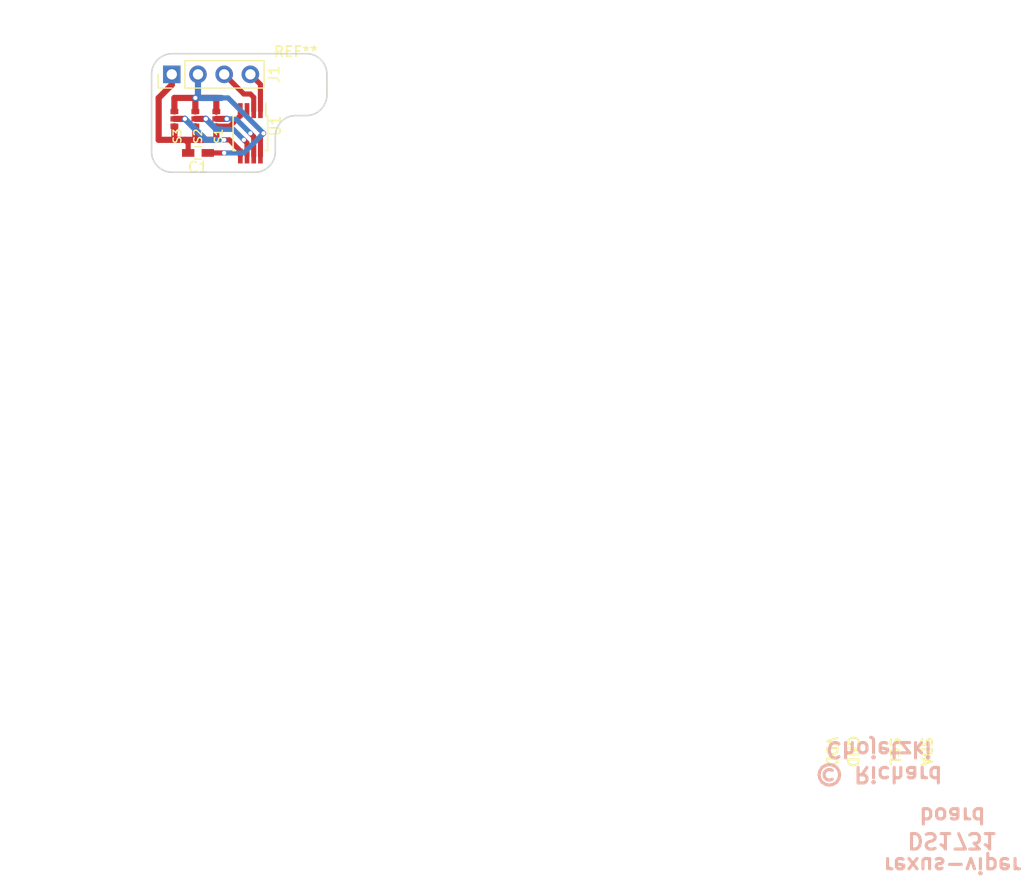
<source format=kicad_pcb>
(kicad_pcb (version 4) (host pcbnew 4.0.6)

  (general
    (links 15)
    (no_connects 1)
    (area 44.328571 33.3 143.294857 118.05)
    (thickness 1.6)
    (drawings 23)
    (tracks 65)
    (zones 0)
    (modules 7)
    (nets 9)
  )

  (page User 140.005 119.99)
  (title_block
    (title "Temperature sensor DS1731 board")
    (date 2017-05-25)
    (rev 1)
    (company VIPER)
  )

  (layers
    (0 F.Cu signal)
    (31 B.Cu signal)
    (32 B.Adhes user)
    (33 F.Adhes user)
    (34 B.Paste user)
    (35 F.Paste user)
    (36 B.SilkS user)
    (37 F.SilkS user)
    (38 B.Mask user)
    (39 F.Mask user)
    (40 Dwgs.User user)
    (41 Cmts.User user)
    (42 Eco1.User user)
    (43 Eco2.User user)
    (44 Edge.Cuts user)
    (45 Margin user)
    (46 B.CrtYd user)
    (47 F.CrtYd user)
    (48 B.Fab user)
    (49 F.Fab user)
  )

  (setup
    (last_trace_width 0.5)
    (trace_clearance 0.1)
    (zone_clearance 0.508)
    (zone_45_only yes)
    (trace_min 0.2)
    (segment_width 0.2)
    (edge_width 0.15)
    (via_size 0.5)
    (via_drill 0.4)
    (via_min_size 0.4)
    (via_min_drill 0.3)
    (uvia_size 0.3)
    (uvia_drill 0.1)
    (uvias_allowed no)
    (uvia_min_size 0.2)
    (uvia_min_drill 0.1)
    (pcb_text_width 0.3)
    (pcb_text_size 1.5 1.5)
    (mod_edge_width 0.15)
    (mod_text_size 1 1)
    (mod_text_width 0.15)
    (pad_size 0.508 0.762)
    (pad_drill 0)
    (pad_to_mask_clearance 0.05)
    (aux_axis_origin 0 0)
    (visible_elements 7FFFFFFF)
    (pcbplotparams
      (layerselection 0x010f0_80000001)
      (usegerberextensions true)
      (excludeedgelayer true)
      (linewidth 0.100000)
      (plotframeref false)
      (viasonmask false)
      (mode 1)
      (useauxorigin false)
      (hpglpennumber 1)
      (hpglpenspeed 20)
      (hpglpendiameter 15)
      (hpglpenoverlay 2)
      (psnegative false)
      (psa4output false)
      (plotreference true)
      (plotvalue true)
      (plotinvisibletext false)
      (padsonsilk false)
      (subtractmaskfromsilk false)
      (outputformat 1)
      (mirror false)
      (drillshape 0)
      (scaleselection 1)
      (outputdirectory gerber/))
  )

  (net 0 "")
  (net 1 /VDD)
  (net 2 /GND)
  (net 3 /SDA)
  (net 4 /SCL)
  (net 5 "Net-(U1-Pad3)")
  (net 6 "Net-(S1-Pad2)")
  (net 7 "Net-(S2-Pad2)")
  (net 8 "Net-(S3-Pad2)")

  (net_class Default "This is the default net class."
    (clearance 0.1)
    (trace_width 0.5)
    (via_dia 0.5)
    (via_drill 0.4)
    (uvia_dia 0.3)
    (uvia_drill 0.1)
    (add_net /GND)
    (add_net /SCL)
    (add_net /SDA)
    (add_net /VDD)
    (add_net "Net-(S1-Pad2)")
    (add_net "Net-(S2-Pad2)")
    (add_net "Net-(S3-Pad2)")
    (add_net "Net-(U1-Pad3)")
  )

  (module Pin_Headers:Pin_Header_Straight_1x04_Pitch2.54mm (layer F.Cu) (tedit 5910A9B7) (tstamp 5900D3EA)
    (at 60.96 40.005 90)
    (descr "Through hole straight pin header, 1x04, 2.54mm pitch, single row")
    (tags "Through hole pin header THT 1x04 2.54mm single row")
    (path /58FF763C)
    (fp_text reference J1 (at 0.005 9.906 90) (layer F.SilkS)
      (effects (font (size 1 1) (thickness 0.15)))
    )
    (fp_text value CONN_01X04_MALE (at 3.505 -9.46 180) (layer F.Fab)
      (effects (font (size 1 1) (thickness 0.15)))
    )
    (fp_line (start -1.27 -1.27) (end -1.27 8.89) (layer F.Fab) (width 0.1))
    (fp_line (start -1.27 8.89) (end 1.27 8.89) (layer F.Fab) (width 0.1))
    (fp_line (start 1.27 8.89) (end 1.27 -1.27) (layer F.Fab) (width 0.1))
    (fp_line (start 1.27 -1.27) (end -1.27 -1.27) (layer F.Fab) (width 0.1))
    (fp_line (start -1.33 1.27) (end -1.33 8.95) (layer F.SilkS) (width 0.12))
    (fp_line (start -1.33 8.95) (end 1.33 8.95) (layer F.SilkS) (width 0.12))
    (fp_line (start 1.33 8.95) (end 1.33 1.27) (layer F.SilkS) (width 0.12))
    (fp_line (start 1.33 1.27) (end -1.33 1.27) (layer F.SilkS) (width 0.12))
    (fp_line (start -1.33 0) (end -1.33 -1.33) (layer F.SilkS) (width 0.12))
    (fp_line (start -1.33 -1.33) (end 0 -1.33) (layer F.SilkS) (width 0.12))
    (fp_line (start -1.8 -1.8) (end -1.8 9.4) (layer F.CrtYd) (width 0.05))
    (fp_line (start -1.8 9.4) (end 1.8 9.4) (layer F.CrtYd) (width 0.05))
    (fp_line (start 1.8 9.4) (end 1.8 -1.8) (layer F.CrtYd) (width 0.05))
    (fp_line (start 1.8 -1.8) (end -1.8 -1.8) (layer F.CrtYd) (width 0.05))
    (fp_text user %R (at 0 -2.33 90) (layer F.Fab)
      (effects (font (size 1 1) (thickness 0.15)))
    )
    (pad 1 thru_hole rect (at 0 0 90) (size 1.7 1.7) (drill 1) (layers *.Cu *.Mask)
      (net 2 /GND))
    (pad 2 thru_hole oval (at 0 2.54 90) (size 1.7 1.7) (drill 1) (layers *.Cu *.Mask)
      (net 1 /VDD))
    (pad 3 thru_hole oval (at 0 5.08 90) (size 1.7 1.7) (drill 1) (layers *.Cu *.Mask)
      (net 4 /SCL))
    (pad 4 thru_hole oval (at 0 7.62 90) (size 1.7 1.7) (drill 1) (layers *.Cu *.Mask)
      (net 3 /SDA))
    (model ${KISYS3DMOD}/Pin_Headers.3dshapes/Pin_Header_Straight_1x04_Pitch2.54mm.wrl
      (at (xyz 0 0 0))
      (scale (xyz 1 1 1))
      (rotate (xyz 0 0 0))
    )
  )

  (module Capacitors_SMD:C_0603_HandSoldering (layer F.Cu) (tedit 58AA848B) (tstamp 59107C14)
    (at 63.5 47.625)
    (descr "Capacitor SMD 0603, hand soldering")
    (tags "capacitor 0603")
    (path /591086F1)
    (attr smd)
    (fp_text reference C1 (at 0 1.375) (layer F.SilkS)
      (effects (font (size 1 1) (thickness 0.15)))
    )
    (fp_text value 100nF (at 0 1.5) (layer F.Fab)
      (effects (font (size 1 1) (thickness 0.15)))
    )
    (fp_text user %R (at 0 -1.25) (layer F.Fab)
      (effects (font (size 1 1) (thickness 0.15)))
    )
    (fp_line (start -0.8 0.4) (end -0.8 -0.4) (layer F.Fab) (width 0.1))
    (fp_line (start 0.8 0.4) (end -0.8 0.4) (layer F.Fab) (width 0.1))
    (fp_line (start 0.8 -0.4) (end 0.8 0.4) (layer F.Fab) (width 0.1))
    (fp_line (start -0.8 -0.4) (end 0.8 -0.4) (layer F.Fab) (width 0.1))
    (fp_line (start -0.35 -0.6) (end 0.35 -0.6) (layer F.SilkS) (width 0.12))
    (fp_line (start 0.35 0.6) (end -0.35 0.6) (layer F.SilkS) (width 0.12))
    (fp_line (start -1.8 -0.65) (end 1.8 -0.65) (layer F.CrtYd) (width 0.05))
    (fp_line (start -1.8 -0.65) (end -1.8 0.65) (layer F.CrtYd) (width 0.05))
    (fp_line (start 1.8 0.65) (end 1.8 -0.65) (layer F.CrtYd) (width 0.05))
    (fp_line (start 1.8 0.65) (end -1.8 0.65) (layer F.CrtYd) (width 0.05))
    (pad 1 smd rect (at -0.95 0) (size 1.2 0.75) (layers F.Cu F.Paste F.Mask)
      (net 2 /GND))
    (pad 2 smd rect (at 0.95 0) (size 1.2 0.75) (layers F.Cu F.Paste F.Mask)
      (net 1 /VDD))
    (model Capacitors_SMD.3dshapes/C_0603.wrl
      (at (xyz 0 0 0))
      (scale (xyz 1 1 1))
      (rotate (xyz 0 0 0))
    )
  )

  (module open-project:S_JUMPER_3 (layer F.Cu) (tedit 59108EF6) (tstamp 59107DE7)
    (at 65.278 44.323 90)
    (path /5910A1C4)
    (fp_text reference S1 (at -1.677 0.222 90) (layer F.SilkS)
      (effects (font (size 0.762 0.762) (thickness 0.127)))
    )
    (fp_text value S_JUMPER3 (at -0.05 1.25 90) (layer F.SilkS) hide
      (effects (font (size 0.762 0.762) (thickness 0.127)))
    )
    (pad 2 smd rect (at 0 0 90) (size 0.508 0.762) (layers F.Cu F.Paste F.Mask)
      (net 6 "Net-(S1-Pad2)") (clearance 0.1))
    (pad 1 smd rect (at -0.7112 0 90) (size 0.508 0.762) (layers F.Cu F.Paste F.Mask)
      (net 2 /GND) (clearance 0.1))
    (pad 3 smd rect (at 0.7112 0 90) (size 0.508 0.762) (layers F.Cu F.Paste F.Mask)
      (net 1 /VDD) (clearance 0.1))
  )

  (module open-project:S_JUMPER_3 (layer F.Cu) (tedit 59108EF3) (tstamp 59107DEE)
    (at 63.246 44.323 90)
    (path /5910A375)
    (fp_text reference S2 (at -1.677 0.254 90) (layer F.SilkS)
      (effects (font (size 0.762 0.762) (thickness 0.127)))
    )
    (fp_text value S_JUMPER3 (at -0.05 1.25 90) (layer F.SilkS) hide
      (effects (font (size 0.762 0.762) (thickness 0.127)))
    )
    (pad 2 smd rect (at 0 0 90) (size 0.508 0.762) (layers F.Cu F.Paste F.Mask)
      (net 7 "Net-(S2-Pad2)") (clearance 0.1))
    (pad 1 smd rect (at -0.7112 0 90) (size 0.508 0.762) (layers F.Cu F.Paste F.Mask)
      (net 2 /GND) (clearance 0.1))
    (pad 3 smd rect (at 0.7112 0 90) (size 0.508 0.762) (layers F.Cu F.Paste F.Mask)
      (net 1 /VDD) (clearance 0.1))
  )

  (module open-project:S_JUMPER_3 (layer F.Cu) (tedit 59108EEF) (tstamp 59107DF5)
    (at 61.214 44.323 90)
    (path /5910A463)
    (fp_text reference S3 (at -1.677 0.286 90) (layer F.SilkS)
      (effects (font (size 0.762 0.762) (thickness 0.127)))
    )
    (fp_text value S_JUMPER3 (at -0.05 1.25 90) (layer F.SilkS) hide
      (effects (font (size 0.762 0.762) (thickness 0.127)))
    )
    (pad 2 smd rect (at 0 0 90) (size 0.508 0.762) (layers F.Cu F.Paste F.Mask)
      (net 8 "Net-(S3-Pad2)") (clearance 0.1))
    (pad 1 smd rect (at -0.7112 0 90) (size 0.508 0.762) (layers F.Cu F.Paste F.Mask)
      (net 2 /GND) (clearance 0.1))
    (pad 3 smd rect (at 0.7112 0 90) (size 0.508 0.762) (layers F.Cu F.Paste F.Mask)
      (net 1 /VDD) (clearance 0.1))
  )

  (module Housings_SSOP:MSOP-8_3x3mm_Pitch0.65mm (layer F.Cu) (tedit 54130A77) (tstamp 59AAFE2E)
    (at 68.58 45.72 270)
    (descr "8-Lead Plastic Micro Small Outline Package (MS) [MSOP] (see Microchip Packaging Specification 00000049BS.pdf)")
    (tags "SSOP 0.65")
    (path /58FF72EC)
    (attr smd)
    (fp_text reference U1 (at -0.72 -2.42 270) (layer F.SilkS)
      (effects (font (size 1 1) (thickness 0.15)))
    )
    (fp_text value DS1731U (at 0 2.6 270) (layer F.Fab)
      (effects (font (size 1 1) (thickness 0.15)))
    )
    (fp_line (start -0.5 -1.5) (end 1.5 -1.5) (layer F.Fab) (width 0.15))
    (fp_line (start 1.5 -1.5) (end 1.5 1.5) (layer F.Fab) (width 0.15))
    (fp_line (start 1.5 1.5) (end -1.5 1.5) (layer F.Fab) (width 0.15))
    (fp_line (start -1.5 1.5) (end -1.5 -0.5) (layer F.Fab) (width 0.15))
    (fp_line (start -1.5 -0.5) (end -0.5 -1.5) (layer F.Fab) (width 0.15))
    (fp_line (start -3.2 -1.85) (end -3.2 1.85) (layer F.CrtYd) (width 0.05))
    (fp_line (start 3.2 -1.85) (end 3.2 1.85) (layer F.CrtYd) (width 0.05))
    (fp_line (start -3.2 -1.85) (end 3.2 -1.85) (layer F.CrtYd) (width 0.05))
    (fp_line (start -3.2 1.85) (end 3.2 1.85) (layer F.CrtYd) (width 0.05))
    (fp_line (start -1.675 -1.675) (end -1.675 -1.5) (layer F.SilkS) (width 0.15))
    (fp_line (start 1.675 -1.675) (end 1.675 -1.425) (layer F.SilkS) (width 0.15))
    (fp_line (start 1.675 1.675) (end 1.675 1.425) (layer F.SilkS) (width 0.15))
    (fp_line (start -1.675 1.675) (end -1.675 1.425) (layer F.SilkS) (width 0.15))
    (fp_line (start -1.675 -1.675) (end 1.675 -1.675) (layer F.SilkS) (width 0.15))
    (fp_line (start -1.675 1.675) (end 1.675 1.675) (layer F.SilkS) (width 0.15))
    (fp_line (start -1.675 -1.5) (end -2.925 -1.5) (layer F.SilkS) (width 0.15))
    (fp_text user %R (at 0 0 270) (layer F.Fab)
      (effects (font (size 0.6 0.6) (thickness 0.15)))
    )
    (pad 1 smd rect (at -2.2 -0.975 270) (size 1.45 0.45) (layers F.Cu F.Paste F.Mask)
      (net 3 /SDA))
    (pad 2 smd rect (at -2.2 -0.325 270) (size 1.45 0.45) (layers F.Cu F.Paste F.Mask)
      (net 4 /SCL))
    (pad 3 smd rect (at -2.2 0.325 270) (size 1.45 0.45) (layers F.Cu F.Paste F.Mask)
      (net 5 "Net-(U1-Pad3)"))
    (pad 4 smd rect (at -2.2 0.975 270) (size 1.45 0.45) (layers F.Cu F.Paste F.Mask)
      (net 2 /GND))
    (pad 5 smd rect (at 2.2 0.975 270) (size 1.45 0.45) (layers F.Cu F.Paste F.Mask)
      (net 8 "Net-(S3-Pad2)"))
    (pad 6 smd rect (at 2.2 0.325 270) (size 1.45 0.45) (layers F.Cu F.Paste F.Mask)
      (net 7 "Net-(S2-Pad2)"))
    (pad 7 smd rect (at 2.2 -0.325 270) (size 1.45 0.45) (layers F.Cu F.Paste F.Mask)
      (net 6 "Net-(S1-Pad2)"))
    (pad 8 smd rect (at 2.2 -0.975 270) (size 1.45 0.45) (layers F.Cu F.Paste F.Mask)
      (net 1 /VDD))
    (model ${KISYS3DMOD}/Housings_SSOP.3dshapes/MSOP-8_3x3mm_Pitch0.65mm.wrl
      (at (xyz 0 0 0))
      (scale (xyz 1 1 1))
      (rotate (xyz 0 0 0))
    )
  )

  (module Mounting_Holes:MountingHole_2.2mm_M2 (layer F.Cu) (tedit 56D1B4CB) (tstamp 59AD7212)
    (at 73 41)
    (descr "Mounting Hole 2.2mm, no annular, M2")
    (tags "mounting hole 2.2mm no annular m2")
    (fp_text reference REF** (at 0 -3.2) (layer F.SilkS)
      (effects (font (size 1 1) (thickness 0.15)))
    )
    (fp_text value MountingHole_2.2mm_M2 (at 0 3.2) (layer F.Fab)
      (effects (font (size 1 1) (thickness 0.15)))
    )
    (fp_circle (center 0 0) (end 2.2 0) (layer Cmts.User) (width 0.15))
    (fp_circle (center 0 0) (end 2.45 0) (layer F.CrtYd) (width 0.05))
    (pad 1 np_thru_hole circle (at 0 0) (size 2.2 2.2) (drill 2.2) (layers *.Cu *.Mask))
  )

  (gr_line (start 71 46) (end 71 47.5) (layer Edge.Cuts) (width 0.15))
  (gr_line (start 73.5 44) (end 73 44) (layer Edge.Cuts) (width 0.15))
  (gr_line (start 74 44) (end 73.5 44) (layer Edge.Cuts) (width 0.15))
  (gr_line (start 76 40) (end 76 42) (layer Edge.Cuts) (width 0.15))
  (gr_line (start 61 38) (end 74 38) (layer Edge.Cuts) (width 0.15))
  (gr_arc (start 74 40) (end 74 38) (angle 90) (layer Edge.Cuts) (width 0.15))
  (gr_arc (start 74 42) (end 76 42) (angle 90) (layer Edge.Cuts) (width 0.15))
  (gr_arc (start 73 46) (end 71 46) (angle 90) (layer Edge.Cuts) (width 0.15))
  (dimension 6 (width 0.3) (layer Cmts.User)
    (gr_text "6.000 mm" (at 78.85 41 270) (layer Cmts.User) (tstamp 59AB0498)
      (effects (font (size 1.5 1.5) (thickness 0.3)))
    )
    (feature1 (pts (xy 76.5 44) (xy 80.2 44)))
    (feature2 (pts (xy 76.5 38) (xy 80.2 38)))
    (crossbar (pts (xy 77.5 38) (xy 77.5 44)))
    (arrow1a (pts (xy 77.5 44) (xy 76.913579 42.873496)))
    (arrow1b (pts (xy 77.5 44) (xy 78.086421 42.873496)))
    (arrow2a (pts (xy 77.5 38) (xy 76.913579 39.126504)))
    (arrow2b (pts (xy 77.5 38) (xy 78.086421 39.126504)))
  )
  (dimension 17 (width 0.3) (layer Cmts.User)
    (gr_text "17.000 mm" (at 67.5 34.65) (layer Cmts.User)
      (effects (font (size 1.5 1.5) (thickness 0.3)))
    )
    (feature1 (pts (xy 76 37.5) (xy 76 33.3)))
    (feature2 (pts (xy 59 37.5) (xy 59 33.3)))
    (crossbar (pts (xy 59 36) (xy 76 36)))
    (arrow1a (pts (xy 76 36) (xy 74.873496 36.586421)))
    (arrow1b (pts (xy 76 36) (xy 74.873496 35.413579)))
    (arrow2a (pts (xy 59 36) (xy 60.126504 36.586421)))
    (arrow2b (pts (xy 59 36) (xy 60.126504 35.413579)))
  )
  (dimension 11.5 (width 0.3) (layer Cmts.User)
    (gr_text "11.500 mm" (at 56.150001 43.75 270) (layer Cmts.User)
      (effects (font (size 1.5 1.5) (thickness 0.3)))
    )
    (feature1 (pts (xy 58.5 49.5) (xy 54.800001 49.5)))
    (feature2 (pts (xy 58.5 38) (xy 54.800001 38)))
    (crossbar (pts (xy 57.500001 38) (xy 57.500001 49.5)))
    (arrow1a (pts (xy 57.500001 49.5) (xy 56.91358 48.373496)))
    (arrow1b (pts (xy 57.500001 49.5) (xy 58.086422 48.373496)))
    (arrow2a (pts (xy 57.500001 38) (xy 56.91358 39.126504)))
    (arrow2b (pts (xy 57.500001 38) (xy 58.086422 39.126504)))
  )
  (dimension 12 (width 0.3) (layer Cmts.User)
    (gr_text "12.000 mm" (at 65 52.35) (layer Cmts.User)
      (effects (font (size 1.5 1.5) (thickness 0.3)))
    )
    (feature1 (pts (xy 71 50) (xy 71 53.7)))
    (feature2 (pts (xy 59 50) (xy 59 53.7)))
    (crossbar (pts (xy 59 51) (xy 71 51)))
    (arrow1a (pts (xy 71 51) (xy 69.873496 51.586421)))
    (arrow1b (pts (xy 71 51) (xy 69.873496 50.413579)))
    (arrow2a (pts (xy 59 51) (xy 60.126504 51.586421)))
    (arrow2b (pts (xy 59 51) (xy 60.126504 50.413579)))
  )
  (gr_line (start 69 49.5) (end 61 49.5) (layer Edge.Cuts) (width 0.15))
  (gr_arc (start 69 47.5) (end 71 47.5) (angle 90) (layer Edge.Cuts) (width 0.15))
  (gr_line (start 59 47.5) (end 59 40) (layer Edge.Cuts) (width 0.15))
  (gr_arc (start 61 40) (end 59 40) (angle 90) (layer Edge.Cuts) (width 0.15))
  (gr_arc (start 61 47.5) (end 61 49.5) (angle 90) (layer Edge.Cuts) (width 0.15))
  (gr_text "rexus-viper\nDS1731\nboard\n" (at 136.652 114.3 180) (layer B.SilkS)
    (effects (font (size 1.5 1.5) (thickness 0.3)) (justify mirror))
  )
  (gr_text "© Richard\nChojetzki" (at 129.54 106.68 180) (layer B.SilkS)
    (effects (font (size 1.5 1.5) (thickness 0.3)) (justify mirror))
  )
  (gr_text SCL (at 131.064 105.664 270) (layer F.SilkS)
    (effects (font (size 0.9 1) (thickness 0.2)))
  )
  (gr_text SDA (at 134.112 105.664 270) (layer F.SilkS)
    (effects (font (size 1 1) (thickness 0.2)))
  )
  (gr_text GND (at 127 105.664 270) (layer F.SilkS)
    (effects (font (size 1 1) (thickness 0.2)))
  )
  (gr_text VDD (at 124.968 105.664 270) (layer F.SilkS)
    (effects (font (size 1 1) (thickness 0.2)))
  )

  (segment (start 66.04 47.625) (end 67.945 47.625) (width 0.5) (layer B.Cu) (net 1))
  (segment (start 67.945 47.625) (end 69.85 45.72) (width 0.5) (layer B.Cu) (net 1))
  (via (at 66.04 47.625) (size 0.5) (drill 0.4) (layers F.Cu B.Cu) (net 1))
  (segment (start 64.45 47.625) (end 66.04 47.625) (width 0.5) (layer F.Cu) (net 1))
  (segment (start 69.85 45.72) (end 66.421 42.291) (width 0.5) (layer B.Cu) (net 1))
  (segment (start 66.421 42.291) (end 65.786 42.291) (width 0.5) (layer B.Cu) (net 1))
  (segment (start 69.555 47.92) (end 69.555 46.015) (width 0.5) (layer F.Cu) (net 1))
  (segment (start 69.555 46.015) (end 69.85 45.72) (width 0.5) (layer F.Cu) (net 1))
  (via (at 69.85 45.72) (size 0.5) (drill 0.4) (layers F.Cu B.Cu) (net 1))
  (segment (start 63.5 42.037) (end 63.5 40.005) (width 0.6) (layer B.Cu) (net 1) (tstamp 59108B70))
  (segment (start 63.246 42.291) (end 63.5 42.037) (width 0.6) (layer B.Cu) (net 1) (tstamp 59108B6F))
  (segment (start 63.246 42.291) (end 65.786 42.291) (width 0.6) (layer B.Cu) (net 1))
  (segment (start 63.246 43.6118) (end 63.246 42.291) (width 0.6) (layer F.Cu) (net 1))
  (via (at 63.246 42.291) (size 0.6) (drill 0.4) (layers F.Cu B.Cu) (net 1))
  (segment (start 61.214 43.6118) (end 61.214 42.291) (width 0.6) (layer F.Cu) (net 1))
  (segment (start 65.278 42.291) (end 65.278 43.622998) (width 0.6) (layer F.Cu) (net 1) (tstamp 59108B65))
  (segment (start 61.214 42.291) (end 65.278 42.291) (width 0.6) (layer F.Cu) (net 1) (tstamp 59108B60))
  (segment (start 65.278 43.622998) (end 65.278 43.6118) (width 0.6) (layer F.Cu) (net 1) (tstamp 59108B68))
  (segment (start 63.246 46.355) (end 62.23 46.355) (width 0.6) (layer F.Cu) (net 2))
  (segment (start 62.23 46.355) (end 61.214 46.355) (width 0.6) (layer F.Cu) (net 2))
  (segment (start 62.55 47.625) (end 62.55 46.675) (width 0.5) (layer F.Cu) (net 2))
  (segment (start 62.55 46.675) (end 62.23 46.355) (width 0.5) (layer F.Cu) (net 2))
  (segment (start 65.278 45.0342) (end 66.5908 45.0342) (width 0.5) (layer F.Cu) (net 2))
  (segment (start 66.5908 45.0342) (end 67.605 44.02) (width 0.5) (layer F.Cu) (net 2))
  (segment (start 67.605 44.02) (end 67.605 43.52) (width 0.5) (layer F.Cu) (net 2))
  (segment (start 60.96 40.005) (end 60.96 41.021) (width 0.6) (layer F.Cu) (net 2))
  (segment (start 59.69 46.355) (end 61.214 46.355) (width 0.6) (layer F.Cu) (net 2) (tstamp 5910A9F5))
  (segment (start 59.69 42.291) (end 59.69 46.355) (width 0.6) (layer F.Cu) (net 2) (tstamp 5910A9F3))
  (segment (start 60.96 41.021) (end 59.69 42.291) (width 0.6) (layer F.Cu) (net 2) (tstamp 5910A9F1))
  (segment (start 63.246 45.0342) (end 63.246 46.355) (width 0.6) (layer F.Cu) (net 2))
  (segment (start 65.278 46.355) (end 63.246 46.355) (width 0.6) (layer F.Cu) (net 2))
  (segment (start 61.214 46.355) (end 61.214 45.0342) (width 0.6) (layer F.Cu) (net 2) (tstamp 59108B2C))
  (segment (start 65.278 46.355) (end 65.278 45.0342) (width 0.6) (layer F.Cu) (net 2) (tstamp 59108B25))
  (segment (start 68.58 40.005) (end 69.555 40.98) (width 0.5) (layer F.Cu) (net 3))
  (segment (start 69.555 40.98) (end 69.555 43.52) (width 0.5) (layer F.Cu) (net 3))
  (segment (start 68.905 43.52) (end 68.905 42.235) (width 0.5) (layer F.Cu) (net 4))
  (segment (start 68.905 42.235) (end 68.58 41.91) (width 0.5) (layer F.Cu) (net 4))
  (segment (start 68.58 41.91) (end 67.945 41.91) (width 0.5) (layer F.Cu) (net 4))
  (segment (start 67.945 41.91) (end 66.889999 40.854999) (width 0.5) (layer F.Cu) (net 4))
  (segment (start 66.889999 40.854999) (end 66.04 40.005) (width 0.5) (layer F.Cu) (net 4))
  (segment (start 68.58 45.72) (end 67.183 44.323) (width 0.5) (layer B.Cu) (net 6))
  (segment (start 67.183 44.323) (end 66.294 44.323) (width 0.5) (layer B.Cu) (net 6))
  (segment (start 68.905 47.92) (end 68.905 46.045) (width 0.5) (layer F.Cu) (net 6))
  (segment (start 68.905 46.045) (end 68.58 45.72) (width 0.5) (layer F.Cu) (net 6))
  (via (at 68.58 45.72) (size 0.5) (drill 0.4) (layers F.Cu B.Cu) (net 6))
  (segment (start 65.278 44.323) (end 66.294 44.323) (width 0.6) (layer F.Cu) (net 6))
  (via (at 66.294 44.323) (size 0.6) (drill 0.4) (layers F.Cu B.Cu) (net 6))
  (segment (start 67.945 46.355) (end 66.929 45.339) (width 0.5) (layer B.Cu) (net 7))
  (segment (start 66.929 45.339) (end 65.786 45.339) (width 0.5) (layer B.Cu) (net 7))
  (segment (start 68.255 47.92) (end 68.255 46.665) (width 0.5) (layer F.Cu) (net 7))
  (segment (start 68.255 46.665) (end 67.945 46.355) (width 0.5) (layer F.Cu) (net 7))
  (via (at 67.945 46.355) (size 0.5) (drill 0.4) (layers F.Cu B.Cu) (net 7))
  (segment (start 63.246 44.323) (end 64.262 44.323) (width 0.6) (layer F.Cu) (net 7))
  (segment (start 65.278 45.339) (end 65.786 45.339) (width 0.6) (layer B.Cu) (net 7) (tstamp 59108AD1))
  (segment (start 64.262 44.323) (end 65.278 45.339) (width 0.6) (layer B.Cu) (net 7) (tstamp 59108AD0))
  (via (at 64.262 44.323) (size 0.6) (drill 0.4) (layers F.Cu B.Cu) (net 7))
  (segment (start 66.04 46.355) (end 65.278 46.355) (width 0.5) (layer B.Cu) (net 8))
  (segment (start 66.54 46.355) (end 66.04 46.355) (width 0.5) (layer F.Cu) (net 8))
  (via (at 66.04 46.355) (size 0.5) (drill 0.4) (layers F.Cu B.Cu) (net 8))
  (segment (start 67.605 47.92) (end 67.605 47.42) (width 0.5) (layer F.Cu) (net 8))
  (segment (start 67.605 47.42) (end 66.54 46.355) (width 0.5) (layer F.Cu) (net 8))
  (segment (start 61.214 44.323) (end 62.23 44.323) (width 0.6) (layer F.Cu) (net 8))
  (segment (start 64.262 46.355) (end 65.278 46.355) (width 0.6) (layer B.Cu) (net 8) (tstamp 59108B07))
  (segment (start 62.23 44.323) (end 64.262 46.355) (width 0.6) (layer B.Cu) (net 8) (tstamp 59108B06))
  (via (at 62.23 44.323) (size 0.6) (drill 0.4) (layers F.Cu B.Cu) (net 8))

  (zone (net 0) (net_name "") (layer F.Cu) (tstamp 59108C8F) (hatch edge 0.508)
    (connect_pads (clearance 0.508))
    (min_thickness 0.254)
    (keepout (tracks not_allowed) (vias not_allowed) (copperpour allowed))
    (fill (arc_segments 16) (thermal_gap 0.508) (thermal_bridge_width 0.508))
    (polygon
      (pts
        (xy 66.802 48.895) (xy 66.802 55.499) (xy 58.166 55.499) (xy 58.166 46.863) (xy 64.77 46.863)
      )
    )
  )
  (zone (net 0) (net_name "") (layer B.Cu) (tstamp 59108CA7) (hatch edge 0.508)
    (connect_pads (clearance 0.508))
    (min_thickness 0.254)
    (keepout (tracks not_allowed) (vias not_allowed) (copperpour allowed))
    (fill (arc_segments 16) (thermal_gap 0.508) (thermal_bridge_width 0.508))
    (polygon
      (pts
        (xy 66.802 48.895) (xy 66.802 55.499) (xy 58.166 55.499) (xy 58.166 46.863) (xy 64.77 46.863)
      )
    )
  )
  (zone (net 0) (net_name "") (layer B.Cu) (tstamp 59108CCB) (hatch edge 0.508)
    (connect_pads (clearance 0.508))
    (min_thickness 0.254)
    (keepout (tracks not_allowed) (vias not_allowed) (copperpour allowed))
    (fill (arc_segments 16) (thermal_gap 0.508) (thermal_bridge_width 0.508))
    (polygon
      (pts
        (xy 79.502 45.847) (xy 72.898 45.847) (xy 70.866 43.815) (xy 70.866 37.211) (xy 79.502 37.211)
      )
    )
  )
  (zone (net 0) (net_name "") (layer F.Cu) (tstamp 59108CF4) (hatch edge 0.508)
    (connect_pads (clearance 0.508))
    (min_thickness 0.254)
    (keepout (tracks not_allowed) (vias not_allowed) (copperpour allowed))
    (fill (arc_segments 16) (thermal_gap 0.508) (thermal_bridge_width 0.508))
    (polygon
      (pts
        (xy 79.502 45.847) (xy 72.898 45.847) (xy 70.866 43.815) (xy 70.866 37.211) (xy 79.502 37.211)
      )
    )
  )
)

</source>
